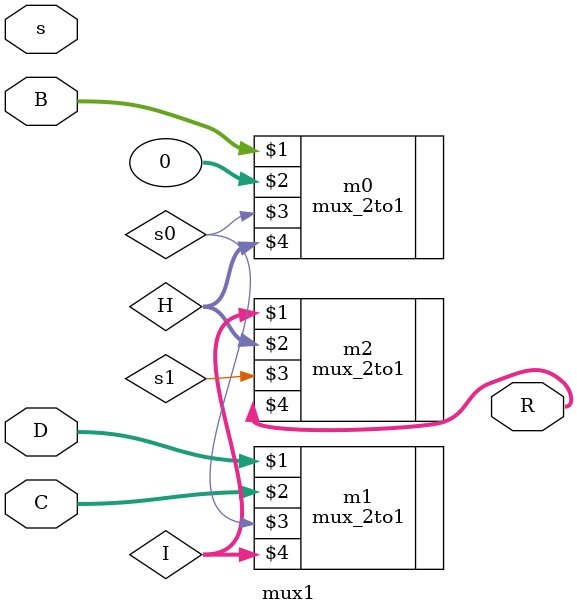
<source format=v>
`include "mux_2to1.v"
module mux1
(
	input [7:0] B, C, D,
	input [2:0] s,
	output [7:0] R
);

wire [7:0] H, I;

mux_2to1	m0(B, 0, s0, H);
mux_2to1	m1(D, C, s0, I);
mux_2to1	m2(I, H, s1, R);

/*always@(*)
begin
if (s == 2'b00)
	R = B;
else if (s == 2'b01)
	R = C;
else
	R = D;
end*/
endmodule

</source>
